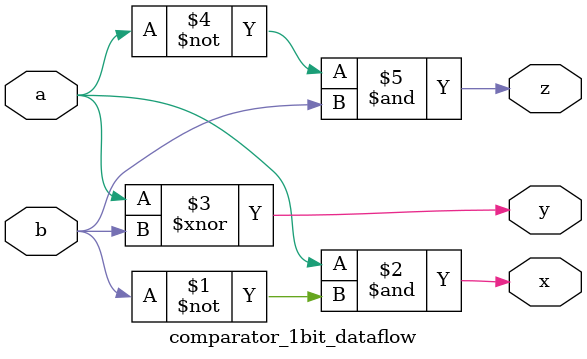
<source format=v>
module comparator_1bit_dataflow(a, b, x, y, z);
    input  a, b;      // Declare inputs separately
    output x, y, z;   // Declare outputs separately

    // Gate-level logic assignments
    assign x = a & ~b;   // x = 1 if a > b
    assign y = a ~^ b;   // y = 1 if a == b (XNOR) 
    assign z = ~a & b;   // z = 1 if a < b
endmodule
</source>
